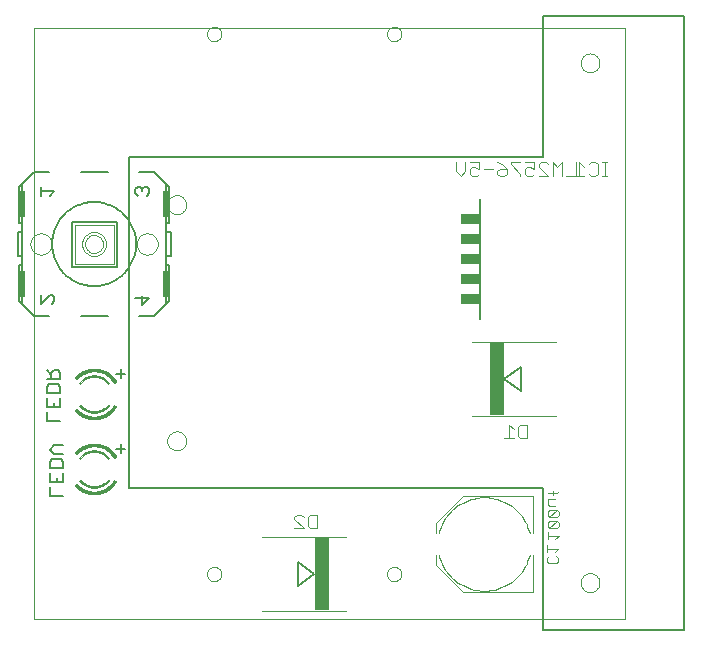
<source format=gbo>
G75*
%MOIN*%
%OFA0B0*%
%FSLAX24Y24*%
%IPPOS*%
%LPD*%
%AMOC8*
5,1,8,0,0,1.08239X$1,22.5*
%
%ADD10C,0.0000*%
%ADD11C,0.0050*%
%ADD12C,0.0010*%
%ADD13C,0.0080*%
%ADD14R,0.0660X0.0380*%
%ADD15C,0.0040*%
%ADD16R,0.0492X0.2441*%
%ADD17C,0.0030*%
%ADD18C,0.0060*%
%ADD19C,0.0020*%
%ADD20R,0.0200X0.0850*%
D10*
X001220Y001220D02*
X001220Y020905D01*
X020905Y020905D01*
X020905Y001220D01*
X001220Y001220D01*
X006984Y002720D02*
X006986Y002750D01*
X006992Y002780D01*
X007001Y002809D01*
X007014Y002836D01*
X007031Y002861D01*
X007050Y002884D01*
X007073Y002905D01*
X007098Y002922D01*
X007124Y002936D01*
X007153Y002946D01*
X007182Y002953D01*
X007212Y002956D01*
X007243Y002955D01*
X007273Y002950D01*
X007302Y002941D01*
X007329Y002929D01*
X007355Y002914D01*
X007379Y002895D01*
X007400Y002873D01*
X007418Y002849D01*
X007433Y002822D01*
X007444Y002794D01*
X007452Y002765D01*
X007456Y002735D01*
X007456Y002705D01*
X007452Y002675D01*
X007444Y002646D01*
X007433Y002618D01*
X007418Y002591D01*
X007400Y002567D01*
X007379Y002545D01*
X007355Y002526D01*
X007329Y002511D01*
X007302Y002499D01*
X007273Y002490D01*
X007243Y002485D01*
X007212Y002484D01*
X007182Y002487D01*
X007153Y002494D01*
X007124Y002504D01*
X007098Y002518D01*
X007073Y002535D01*
X007050Y002556D01*
X007031Y002579D01*
X007014Y002604D01*
X007001Y002631D01*
X006992Y002660D01*
X006986Y002690D01*
X006984Y002720D01*
X005655Y007158D02*
X005657Y007193D01*
X005663Y007228D01*
X005673Y007262D01*
X005686Y007295D01*
X005703Y007326D01*
X005724Y007354D01*
X005747Y007381D01*
X005774Y007404D01*
X005802Y007425D01*
X005833Y007442D01*
X005866Y007455D01*
X005900Y007465D01*
X005935Y007471D01*
X005970Y007473D01*
X006005Y007471D01*
X006040Y007465D01*
X006074Y007455D01*
X006107Y007442D01*
X006138Y007425D01*
X006166Y007404D01*
X006193Y007381D01*
X006216Y007354D01*
X006237Y007326D01*
X006254Y007295D01*
X006267Y007262D01*
X006277Y007228D01*
X006283Y007193D01*
X006285Y007158D01*
X006283Y007123D01*
X006277Y007088D01*
X006267Y007054D01*
X006254Y007021D01*
X006237Y006990D01*
X006216Y006962D01*
X006193Y006935D01*
X006166Y006912D01*
X006138Y006891D01*
X006107Y006874D01*
X006074Y006861D01*
X006040Y006851D01*
X006005Y006845D01*
X005970Y006843D01*
X005935Y006845D01*
X005900Y006851D01*
X005866Y006861D01*
X005833Y006874D01*
X005802Y006891D01*
X005774Y006912D01*
X005747Y006935D01*
X005724Y006962D01*
X005703Y006990D01*
X005686Y007021D01*
X005673Y007054D01*
X005663Y007088D01*
X005657Y007123D01*
X005655Y007158D01*
X012984Y002720D02*
X012986Y002750D01*
X012992Y002780D01*
X013001Y002809D01*
X013014Y002836D01*
X013031Y002861D01*
X013050Y002884D01*
X013073Y002905D01*
X013098Y002922D01*
X013124Y002936D01*
X013153Y002946D01*
X013182Y002953D01*
X013212Y002956D01*
X013243Y002955D01*
X013273Y002950D01*
X013302Y002941D01*
X013329Y002929D01*
X013355Y002914D01*
X013379Y002895D01*
X013400Y002873D01*
X013418Y002849D01*
X013433Y002822D01*
X013444Y002794D01*
X013452Y002765D01*
X013456Y002735D01*
X013456Y002705D01*
X013452Y002675D01*
X013444Y002646D01*
X013433Y002618D01*
X013418Y002591D01*
X013400Y002567D01*
X013379Y002545D01*
X013355Y002526D01*
X013329Y002511D01*
X013302Y002499D01*
X013273Y002490D01*
X013243Y002485D01*
X013212Y002484D01*
X013182Y002487D01*
X013153Y002494D01*
X013124Y002504D01*
X013098Y002518D01*
X013073Y002535D01*
X013050Y002556D01*
X013031Y002579D01*
X013014Y002604D01*
X013001Y002631D01*
X012992Y002660D01*
X012986Y002690D01*
X012984Y002720D01*
X019435Y002434D02*
X019437Y002469D01*
X019443Y002504D01*
X019453Y002538D01*
X019466Y002571D01*
X019483Y002602D01*
X019504Y002630D01*
X019527Y002657D01*
X019554Y002680D01*
X019582Y002701D01*
X019613Y002718D01*
X019646Y002731D01*
X019680Y002741D01*
X019715Y002747D01*
X019750Y002749D01*
X019785Y002747D01*
X019820Y002741D01*
X019854Y002731D01*
X019887Y002718D01*
X019918Y002701D01*
X019946Y002680D01*
X019973Y002657D01*
X019996Y002630D01*
X020017Y002602D01*
X020034Y002571D01*
X020047Y002538D01*
X020057Y002504D01*
X020063Y002469D01*
X020065Y002434D01*
X020063Y002399D01*
X020057Y002364D01*
X020047Y002330D01*
X020034Y002297D01*
X020017Y002266D01*
X019996Y002238D01*
X019973Y002211D01*
X019946Y002188D01*
X019918Y002167D01*
X019887Y002150D01*
X019854Y002137D01*
X019820Y002127D01*
X019785Y002121D01*
X019750Y002119D01*
X019715Y002121D01*
X019680Y002127D01*
X019646Y002137D01*
X019613Y002150D01*
X019582Y002167D01*
X019554Y002188D01*
X019527Y002211D01*
X019504Y002238D01*
X019483Y002266D01*
X019466Y002297D01*
X019453Y002330D01*
X019443Y002364D01*
X019437Y002399D01*
X019435Y002434D01*
X004635Y013720D02*
X004637Y013757D01*
X004643Y013794D01*
X004652Y013830D01*
X004666Y013864D01*
X004683Y013897D01*
X004703Y013929D01*
X004726Y013958D01*
X004752Y013984D01*
X004781Y014007D01*
X004812Y014027D01*
X004846Y014044D01*
X004880Y014058D01*
X004916Y014067D01*
X004953Y014073D01*
X004990Y014075D01*
X005027Y014073D01*
X005064Y014067D01*
X005100Y014058D01*
X005134Y014044D01*
X005167Y014027D01*
X005199Y014007D01*
X005228Y013984D01*
X005254Y013958D01*
X005277Y013929D01*
X005297Y013898D01*
X005314Y013864D01*
X005328Y013830D01*
X005337Y013794D01*
X005343Y013757D01*
X005345Y013720D01*
X005343Y013683D01*
X005337Y013646D01*
X005328Y013610D01*
X005314Y013576D01*
X005297Y013543D01*
X005277Y013511D01*
X005254Y013482D01*
X005228Y013456D01*
X005199Y013433D01*
X005168Y013413D01*
X005134Y013396D01*
X005100Y013382D01*
X005064Y013373D01*
X005027Y013367D01*
X004990Y013365D01*
X004953Y013367D01*
X004916Y013373D01*
X004880Y013382D01*
X004846Y013396D01*
X004813Y013413D01*
X004781Y013433D01*
X004752Y013456D01*
X004726Y013482D01*
X004703Y013511D01*
X004683Y013542D01*
X004666Y013576D01*
X004652Y013610D01*
X004643Y013646D01*
X004637Y013683D01*
X004635Y013720D01*
X005655Y015032D02*
X005657Y015067D01*
X005663Y015102D01*
X005673Y015136D01*
X005686Y015169D01*
X005703Y015200D01*
X005724Y015228D01*
X005747Y015255D01*
X005774Y015278D01*
X005802Y015299D01*
X005833Y015316D01*
X005866Y015329D01*
X005900Y015339D01*
X005935Y015345D01*
X005970Y015347D01*
X006005Y015345D01*
X006040Y015339D01*
X006074Y015329D01*
X006107Y015316D01*
X006138Y015299D01*
X006166Y015278D01*
X006193Y015255D01*
X006216Y015228D01*
X006237Y015200D01*
X006254Y015169D01*
X006267Y015136D01*
X006277Y015102D01*
X006283Y015067D01*
X006285Y015032D01*
X006283Y014997D01*
X006277Y014962D01*
X006267Y014928D01*
X006254Y014895D01*
X006237Y014864D01*
X006216Y014836D01*
X006193Y014809D01*
X006166Y014786D01*
X006138Y014765D01*
X006107Y014748D01*
X006074Y014735D01*
X006040Y014725D01*
X006005Y014719D01*
X005970Y014717D01*
X005935Y014719D01*
X005900Y014725D01*
X005866Y014735D01*
X005833Y014748D01*
X005802Y014765D01*
X005774Y014786D01*
X005747Y014809D01*
X005724Y014836D01*
X005703Y014864D01*
X005686Y014895D01*
X005673Y014928D01*
X005663Y014962D01*
X005657Y014997D01*
X005655Y015032D01*
X001095Y013720D02*
X001097Y013757D01*
X001103Y013794D01*
X001112Y013830D01*
X001126Y013864D01*
X001143Y013897D01*
X001163Y013929D01*
X001186Y013958D01*
X001212Y013984D01*
X001241Y014007D01*
X001272Y014027D01*
X001306Y014044D01*
X001340Y014058D01*
X001376Y014067D01*
X001413Y014073D01*
X001450Y014075D01*
X001487Y014073D01*
X001524Y014067D01*
X001560Y014058D01*
X001594Y014044D01*
X001627Y014027D01*
X001659Y014007D01*
X001688Y013984D01*
X001714Y013958D01*
X001737Y013929D01*
X001757Y013898D01*
X001774Y013864D01*
X001788Y013830D01*
X001797Y013794D01*
X001803Y013757D01*
X001805Y013720D01*
X001803Y013683D01*
X001797Y013646D01*
X001788Y013610D01*
X001774Y013576D01*
X001757Y013543D01*
X001737Y013511D01*
X001714Y013482D01*
X001688Y013456D01*
X001659Y013433D01*
X001628Y013413D01*
X001594Y013396D01*
X001560Y013382D01*
X001524Y013373D01*
X001487Y013367D01*
X001450Y013365D01*
X001413Y013367D01*
X001376Y013373D01*
X001340Y013382D01*
X001306Y013396D01*
X001273Y013413D01*
X001241Y013433D01*
X001212Y013456D01*
X001186Y013482D01*
X001163Y013511D01*
X001143Y013542D01*
X001126Y013576D01*
X001112Y013610D01*
X001103Y013646D01*
X001097Y013683D01*
X001095Y013720D01*
X006984Y020720D02*
X006986Y020750D01*
X006992Y020780D01*
X007001Y020809D01*
X007014Y020836D01*
X007031Y020861D01*
X007050Y020884D01*
X007073Y020905D01*
X007098Y020922D01*
X007124Y020936D01*
X007153Y020946D01*
X007182Y020953D01*
X007212Y020956D01*
X007243Y020955D01*
X007273Y020950D01*
X007302Y020941D01*
X007329Y020929D01*
X007355Y020914D01*
X007379Y020895D01*
X007400Y020873D01*
X007418Y020849D01*
X007433Y020822D01*
X007444Y020794D01*
X007452Y020765D01*
X007456Y020735D01*
X007456Y020705D01*
X007452Y020675D01*
X007444Y020646D01*
X007433Y020618D01*
X007418Y020591D01*
X007400Y020567D01*
X007379Y020545D01*
X007355Y020526D01*
X007329Y020511D01*
X007302Y020499D01*
X007273Y020490D01*
X007243Y020485D01*
X007212Y020484D01*
X007182Y020487D01*
X007153Y020494D01*
X007124Y020504D01*
X007098Y020518D01*
X007073Y020535D01*
X007050Y020556D01*
X007031Y020579D01*
X007014Y020604D01*
X007001Y020631D01*
X006992Y020660D01*
X006986Y020690D01*
X006984Y020720D01*
X012984Y020720D02*
X012986Y020750D01*
X012992Y020780D01*
X013001Y020809D01*
X013014Y020836D01*
X013031Y020861D01*
X013050Y020884D01*
X013073Y020905D01*
X013098Y020922D01*
X013124Y020936D01*
X013153Y020946D01*
X013182Y020953D01*
X013212Y020956D01*
X013243Y020955D01*
X013273Y020950D01*
X013302Y020941D01*
X013329Y020929D01*
X013355Y020914D01*
X013379Y020895D01*
X013400Y020873D01*
X013418Y020849D01*
X013433Y020822D01*
X013444Y020794D01*
X013452Y020765D01*
X013456Y020735D01*
X013456Y020705D01*
X013452Y020675D01*
X013444Y020646D01*
X013433Y020618D01*
X013418Y020591D01*
X013400Y020567D01*
X013379Y020545D01*
X013355Y020526D01*
X013329Y020511D01*
X013302Y020499D01*
X013273Y020490D01*
X013243Y020485D01*
X013212Y020484D01*
X013182Y020487D01*
X013153Y020494D01*
X013124Y020504D01*
X013098Y020518D01*
X013073Y020535D01*
X013050Y020556D01*
X013031Y020579D01*
X013014Y020604D01*
X013001Y020631D01*
X012992Y020660D01*
X012986Y020690D01*
X012984Y020720D01*
X019435Y019756D02*
X019437Y019791D01*
X019443Y019826D01*
X019453Y019860D01*
X019466Y019893D01*
X019483Y019924D01*
X019504Y019952D01*
X019527Y019979D01*
X019554Y020002D01*
X019582Y020023D01*
X019613Y020040D01*
X019646Y020053D01*
X019680Y020063D01*
X019715Y020069D01*
X019750Y020071D01*
X019785Y020069D01*
X019820Y020063D01*
X019854Y020053D01*
X019887Y020040D01*
X019918Y020023D01*
X019946Y020002D01*
X019973Y019979D01*
X019996Y019952D01*
X020017Y019924D01*
X020034Y019893D01*
X020047Y019860D01*
X020057Y019826D01*
X020063Y019791D01*
X020065Y019756D01*
X020063Y019721D01*
X020057Y019686D01*
X020047Y019652D01*
X020034Y019619D01*
X020017Y019588D01*
X019996Y019560D01*
X019973Y019533D01*
X019946Y019510D01*
X019918Y019489D01*
X019887Y019472D01*
X019854Y019459D01*
X019820Y019449D01*
X019785Y019443D01*
X019750Y019441D01*
X019715Y019443D01*
X019680Y019449D01*
X019646Y019459D01*
X019613Y019472D01*
X019582Y019489D01*
X019554Y019510D01*
X019527Y019533D01*
X019504Y019560D01*
X019483Y019588D01*
X019466Y019619D01*
X019453Y019652D01*
X019443Y019686D01*
X019437Y019721D01*
X019435Y019756D01*
D11*
X018175Y021331D02*
X022899Y021331D01*
X022899Y000859D01*
X018175Y000859D01*
X018175Y005583D01*
X004395Y005583D01*
X004395Y016607D01*
X018175Y016607D01*
X018175Y021331D01*
X005045Y015560D02*
X004970Y015635D01*
X004895Y015635D01*
X004820Y015560D01*
X004745Y015635D01*
X004670Y015635D01*
X004595Y015560D01*
X004595Y015410D01*
X004670Y015335D01*
X004820Y015485D02*
X004820Y015560D01*
X005045Y015560D02*
X005045Y015410D01*
X004970Y015335D01*
X001895Y015485D02*
X001445Y015485D01*
X001445Y015335D02*
X001445Y015635D01*
X001745Y015335D02*
X001895Y015485D01*
X001820Y012035D02*
X001895Y011960D01*
X001895Y011810D01*
X001820Y011735D01*
X001820Y012035D02*
X001745Y012035D01*
X001445Y011735D01*
X001445Y012035D01*
X001645Y009506D02*
X001795Y009356D01*
X001795Y009431D02*
X001795Y009205D01*
X001645Y009205D02*
X002095Y009205D01*
X002095Y009431D01*
X002020Y009506D01*
X001870Y009506D01*
X001795Y009431D01*
X001720Y009045D02*
X002020Y009045D01*
X002095Y008970D01*
X002095Y008745D01*
X001645Y008745D01*
X001645Y008970D01*
X001720Y009045D01*
X001645Y008585D02*
X001645Y008285D01*
X002095Y008285D01*
X002095Y008585D01*
X001870Y008435D02*
X001870Y008285D01*
X001645Y008124D02*
X001645Y007824D01*
X002095Y007824D01*
X002195Y007006D02*
X001895Y007006D01*
X001745Y006856D01*
X001895Y006705D01*
X002195Y006705D01*
X002120Y006545D02*
X002195Y006470D01*
X002195Y006245D01*
X001745Y006245D01*
X001745Y006470D01*
X001820Y006545D01*
X002120Y006545D01*
X002195Y006085D02*
X002195Y005785D01*
X001745Y005785D01*
X001745Y006085D01*
X001970Y005935D02*
X001970Y005785D01*
X001745Y005624D02*
X001745Y005324D01*
X002195Y005324D01*
X003950Y006900D02*
X004240Y006900D01*
X004100Y007050D02*
X004100Y006740D01*
X004100Y009240D02*
X004100Y009550D01*
X004240Y009400D02*
X003950Y009400D01*
X004820Y011685D02*
X004820Y011985D01*
X004595Y011910D02*
X005045Y011910D01*
X004820Y011685D01*
D12*
X003224Y007876D02*
X003224Y007966D01*
X003225Y007965D02*
X003277Y007967D01*
X003329Y007973D01*
X003381Y007982D01*
X003431Y007995D01*
X003481Y008011D01*
X003529Y008031D01*
X003576Y008054D01*
X003621Y008080D01*
X003665Y008110D01*
X003706Y008142D01*
X003745Y008177D01*
X003781Y008215D01*
X003814Y008255D01*
X003845Y008297D01*
X003873Y008341D01*
X003951Y008297D01*
X003951Y008296D01*
X003922Y008250D01*
X003890Y008205D01*
X003855Y008163D01*
X003818Y008123D01*
X003778Y008085D01*
X003735Y008050D01*
X003691Y008018D01*
X003644Y007989D01*
X003596Y007963D01*
X003546Y007940D01*
X003494Y007921D01*
X003442Y007905D01*
X003389Y007892D01*
X003334Y007883D01*
X003280Y007877D01*
X003225Y007875D01*
X003225Y007884D01*
X003279Y007886D01*
X003333Y007892D01*
X003387Y007901D01*
X003440Y007913D01*
X003492Y007929D01*
X003542Y007949D01*
X003592Y007971D01*
X003640Y007997D01*
X003686Y008026D01*
X003730Y008057D01*
X003772Y008092D01*
X003811Y008129D01*
X003848Y008169D01*
X003883Y008211D01*
X003915Y008255D01*
X003943Y008301D01*
X003936Y008305D01*
X003907Y008260D01*
X003876Y008216D01*
X003842Y008175D01*
X003805Y008135D01*
X003766Y008099D01*
X003724Y008065D01*
X003681Y008033D01*
X003635Y008005D01*
X003588Y007979D01*
X003539Y007957D01*
X003489Y007938D01*
X003437Y007922D01*
X003385Y007910D01*
X003332Y007901D01*
X003279Y007895D01*
X003225Y007893D01*
X003225Y007902D01*
X003282Y007904D01*
X003338Y007911D01*
X003394Y007921D01*
X003449Y007935D01*
X003502Y007952D01*
X003555Y007974D01*
X003606Y007999D01*
X003655Y008027D01*
X003702Y008059D01*
X003746Y008094D01*
X003788Y008132D01*
X003828Y008173D01*
X003864Y008216D01*
X003898Y008262D01*
X003928Y008310D01*
X003920Y008314D01*
X003890Y008267D01*
X003857Y008221D01*
X003821Y008179D01*
X003782Y008138D01*
X003741Y008101D01*
X003696Y008066D01*
X003650Y008035D01*
X003602Y008007D01*
X003551Y007982D01*
X003499Y007961D01*
X003446Y007943D01*
X003392Y007929D01*
X003337Y007919D01*
X003281Y007913D01*
X003225Y007911D01*
X003225Y007920D01*
X003280Y007922D01*
X003335Y007928D01*
X003390Y007938D01*
X003444Y007952D01*
X003496Y007969D01*
X003548Y007990D01*
X003597Y008015D01*
X003645Y008042D01*
X003691Y008073D01*
X003735Y008108D01*
X003776Y008145D01*
X003814Y008185D01*
X003850Y008227D01*
X003883Y008272D01*
X003912Y008319D01*
X003904Y008323D01*
X003875Y008277D01*
X003843Y008233D01*
X003808Y008191D01*
X003770Y008151D01*
X003729Y008114D01*
X003686Y008081D01*
X003640Y008050D01*
X003593Y008023D01*
X003544Y007998D01*
X003493Y007978D01*
X003441Y007961D01*
X003388Y007947D01*
X003334Y007937D01*
X003280Y007931D01*
X003225Y007929D01*
X003225Y007938D01*
X003279Y007940D01*
X003333Y007946D01*
X003386Y007956D01*
X003439Y007969D01*
X003490Y007986D01*
X003540Y008007D01*
X003589Y008030D01*
X003636Y008058D01*
X003681Y008088D01*
X003723Y008121D01*
X003763Y008158D01*
X003801Y008197D01*
X003836Y008238D01*
X003868Y008282D01*
X003896Y008328D01*
X003889Y008332D01*
X003860Y008287D01*
X003829Y008244D01*
X003794Y008203D01*
X003757Y008164D01*
X003717Y008128D01*
X003675Y008095D01*
X003631Y008065D01*
X003585Y008038D01*
X003537Y008015D01*
X003487Y007995D01*
X003436Y007978D01*
X003384Y007965D01*
X003332Y007955D01*
X003278Y007949D01*
X003225Y007947D01*
X003225Y007956D01*
X003278Y007958D01*
X003330Y007964D01*
X003382Y007973D01*
X003434Y007986D01*
X003484Y008003D01*
X003533Y008023D01*
X003580Y008046D01*
X003626Y008073D01*
X003670Y008103D01*
X003712Y008135D01*
X003751Y008171D01*
X003788Y008209D01*
X003822Y008249D01*
X003853Y008292D01*
X003881Y008337D01*
X003215Y009344D02*
X003215Y009294D01*
X003215Y009295D02*
X003170Y009293D01*
X003126Y009287D01*
X003082Y009278D01*
X003039Y009266D01*
X002997Y009250D01*
X002957Y009231D01*
X002918Y009209D01*
X002881Y009184D01*
X002846Y009157D01*
X002813Y009126D01*
X002783Y009093D01*
X002755Y009058D01*
X002715Y009087D01*
X002714Y009087D01*
X002744Y009126D01*
X002777Y009161D01*
X002813Y009194D01*
X002851Y009225D01*
X002892Y009252D01*
X002934Y009276D01*
X002978Y009296D01*
X003024Y009313D01*
X003070Y009327D01*
X003118Y009337D01*
X003166Y009343D01*
X003215Y009345D01*
X003215Y009336D01*
X003167Y009334D01*
X003120Y009328D01*
X003073Y009318D01*
X003026Y009305D01*
X002982Y009288D01*
X002938Y009268D01*
X002896Y009244D01*
X002857Y009217D01*
X002819Y009188D01*
X002784Y009155D01*
X002751Y009120D01*
X002722Y009082D01*
X002729Y009077D01*
X002758Y009114D01*
X002790Y009149D01*
X002825Y009181D01*
X002862Y009210D01*
X002901Y009236D01*
X002942Y009260D01*
X002985Y009280D01*
X003029Y009296D01*
X003075Y009309D01*
X003121Y009319D01*
X003168Y009325D01*
X003215Y009327D01*
X003215Y009318D01*
X003169Y009316D01*
X003122Y009310D01*
X003077Y009301D01*
X003032Y009288D01*
X002989Y009271D01*
X002946Y009252D01*
X002906Y009229D01*
X002867Y009203D01*
X002831Y009174D01*
X002797Y009142D01*
X002765Y009108D01*
X002736Y009072D01*
X002744Y009066D01*
X002772Y009102D01*
X002803Y009136D01*
X002837Y009167D01*
X002873Y009196D01*
X002911Y009221D01*
X002950Y009244D01*
X002992Y009263D01*
X003035Y009279D01*
X003079Y009292D01*
X003124Y009301D01*
X003169Y009307D01*
X003215Y009309D01*
X003215Y009300D01*
X003170Y009298D01*
X003125Y009292D01*
X003081Y009283D01*
X003038Y009271D01*
X002995Y009255D01*
X002955Y009236D01*
X002915Y009214D01*
X002878Y009188D01*
X002843Y009160D01*
X002809Y009130D01*
X002779Y009097D01*
X002751Y009061D01*
X003963Y009122D02*
X003883Y009079D01*
X003884Y009080D02*
X003857Y009126D01*
X003826Y009170D01*
X003793Y009212D01*
X003756Y009252D01*
X003717Y009288D01*
X003675Y009322D01*
X003631Y009353D01*
X003585Y009381D01*
X003537Y009405D01*
X003488Y009426D01*
X003437Y009443D01*
X003385Y009457D01*
X003332Y009467D01*
X003279Y009473D01*
X003225Y009475D01*
X003225Y009564D01*
X003225Y009565D01*
X003281Y009563D01*
X003338Y009557D01*
X003393Y009547D01*
X003448Y009534D01*
X003502Y009517D01*
X003554Y009496D01*
X003605Y009472D01*
X003655Y009445D01*
X003702Y009414D01*
X003747Y009380D01*
X003790Y009344D01*
X003831Y009304D01*
X003868Y009262D01*
X003903Y009217D01*
X003935Y009171D01*
X003963Y009122D01*
X003955Y009118D01*
X003927Y009166D01*
X003896Y009212D01*
X003861Y009256D01*
X003824Y009298D01*
X003784Y009337D01*
X003742Y009373D01*
X003697Y009407D01*
X003650Y009437D01*
X003601Y009464D01*
X003551Y009488D01*
X003499Y009508D01*
X003446Y009525D01*
X003391Y009538D01*
X003336Y009548D01*
X003281Y009554D01*
X003225Y009556D01*
X003225Y009547D01*
X003280Y009545D01*
X003335Y009539D01*
X003390Y009529D01*
X003443Y009516D01*
X003496Y009500D01*
X003547Y009479D01*
X003597Y009456D01*
X003646Y009429D01*
X003692Y009399D01*
X003736Y009366D01*
X003778Y009330D01*
X003818Y009292D01*
X003854Y009250D01*
X003888Y009207D01*
X003919Y009161D01*
X003947Y009114D01*
X003939Y009109D01*
X003912Y009156D01*
X003881Y009202D01*
X003848Y009245D01*
X003811Y009285D01*
X003772Y009324D01*
X003731Y009359D01*
X003687Y009392D01*
X003641Y009421D01*
X003593Y009448D01*
X003544Y009471D01*
X003493Y009491D01*
X003441Y009508D01*
X003388Y009521D01*
X003334Y009530D01*
X003280Y009536D01*
X003225Y009538D01*
X003225Y009529D01*
X003279Y009527D01*
X003333Y009521D01*
X003386Y009512D01*
X003438Y009499D01*
X003490Y009483D01*
X003540Y009463D01*
X003589Y009440D01*
X003636Y009414D01*
X003682Y009384D01*
X003725Y009352D01*
X003766Y009317D01*
X003805Y009279D01*
X003841Y009239D01*
X003874Y009196D01*
X003904Y009152D01*
X003931Y009105D01*
X003924Y009101D01*
X003897Y009147D01*
X003867Y009191D01*
X003834Y009233D01*
X003798Y009273D01*
X003760Y009310D01*
X003719Y009345D01*
X003676Y009377D01*
X003632Y009406D01*
X003585Y009432D01*
X003537Y009455D01*
X003487Y009474D01*
X003436Y009490D01*
X003384Y009503D01*
X003331Y009512D01*
X003278Y009518D01*
X003225Y009520D01*
X003225Y009511D01*
X003278Y009509D01*
X003330Y009503D01*
X003382Y009494D01*
X003434Y009482D01*
X003484Y009466D01*
X003533Y009446D01*
X003581Y009424D01*
X003627Y009398D01*
X003671Y009370D01*
X003714Y009338D01*
X003754Y009304D01*
X003792Y009267D01*
X003827Y009227D01*
X003859Y009186D01*
X003889Y009142D01*
X003916Y009097D01*
X003908Y009092D01*
X003879Y009140D01*
X003848Y009186D01*
X003813Y009230D01*
X003775Y009271D01*
X003735Y009309D01*
X003692Y009344D01*
X003646Y009376D01*
X003598Y009404D01*
X003549Y009430D01*
X003497Y009451D01*
X003445Y009469D01*
X003391Y009483D01*
X003336Y009493D01*
X003281Y009500D01*
X003225Y009502D01*
X003225Y009493D01*
X003280Y009491D01*
X003335Y009484D01*
X003389Y009474D01*
X003442Y009460D01*
X003494Y009443D01*
X003545Y009421D01*
X003594Y009397D01*
X003641Y009368D01*
X003686Y009337D01*
X003729Y009302D01*
X003769Y009264D01*
X003806Y009224D01*
X003841Y009181D01*
X003872Y009136D01*
X003900Y009088D01*
X003892Y009084D01*
X003864Y009131D01*
X003833Y009176D01*
X003799Y009218D01*
X003762Y009258D01*
X003723Y009295D01*
X003681Y009329D01*
X003636Y009361D01*
X003590Y009389D01*
X003541Y009413D01*
X003491Y009434D01*
X003439Y009452D01*
X003387Y009466D01*
X003333Y009476D01*
X003279Y009482D01*
X003225Y009484D01*
X002579Y008171D02*
X002647Y008229D01*
X002647Y008228D02*
X002683Y008189D01*
X002723Y008152D01*
X002764Y008118D01*
X002808Y008087D01*
X002854Y008059D01*
X002902Y008035D01*
X002952Y008014D01*
X003003Y007997D01*
X003055Y007983D01*
X003108Y007973D01*
X003161Y007967D01*
X003215Y007965D01*
X003216Y007876D01*
X003215Y007875D01*
X003159Y007877D01*
X003104Y007883D01*
X003049Y007892D01*
X002995Y007906D01*
X002942Y007922D01*
X002890Y007942D01*
X002839Y007966D01*
X002791Y007992D01*
X002744Y008022D01*
X002699Y008055D01*
X002656Y008091D01*
X002616Y008129D01*
X002578Y008170D01*
X002585Y008176D01*
X002622Y008136D01*
X002662Y008097D01*
X002704Y008062D01*
X002749Y008030D01*
X002795Y008000D01*
X002843Y007974D01*
X002893Y007950D01*
X002945Y007931D01*
X002997Y007914D01*
X003051Y007901D01*
X003105Y007892D01*
X003160Y007886D01*
X003215Y007884D01*
X003215Y007893D01*
X003161Y007895D01*
X003106Y007901D01*
X003053Y007910D01*
X003000Y007923D01*
X002948Y007939D01*
X002897Y007959D01*
X002848Y007982D01*
X002800Y008008D01*
X002754Y008037D01*
X002710Y008069D01*
X002668Y008104D01*
X002629Y008142D01*
X002592Y008182D01*
X002599Y008188D01*
X002635Y008148D01*
X002674Y008111D01*
X002715Y008076D01*
X002759Y008044D01*
X002804Y008015D01*
X002852Y007990D01*
X002900Y007967D01*
X002951Y007948D01*
X003002Y007932D01*
X003055Y007919D01*
X003108Y007910D01*
X003161Y007904D01*
X003215Y007902D01*
X003215Y007911D01*
X003162Y007913D01*
X003109Y007919D01*
X003056Y007928D01*
X003005Y007940D01*
X002954Y007956D01*
X002904Y007975D01*
X002856Y007998D01*
X002809Y008023D01*
X002764Y008052D01*
X002721Y008083D01*
X002680Y008117D01*
X002642Y008154D01*
X002606Y008194D01*
X002613Y008199D01*
X002648Y008161D01*
X002686Y008124D01*
X002727Y008090D01*
X002769Y008059D01*
X002813Y008031D01*
X002860Y008006D01*
X002907Y007984D01*
X002957Y007965D01*
X003007Y007949D01*
X003058Y007937D01*
X003110Y007928D01*
X003162Y007922D01*
X003215Y007920D01*
X003215Y007929D01*
X003163Y007931D01*
X003111Y007937D01*
X003060Y007945D01*
X003009Y007958D01*
X002960Y007973D01*
X002911Y007992D01*
X002864Y008014D01*
X002818Y008039D01*
X002774Y008067D01*
X002732Y008097D01*
X002692Y008131D01*
X002655Y008167D01*
X002619Y008205D01*
X002626Y008211D01*
X002664Y008170D01*
X002705Y008132D01*
X002748Y008097D01*
X002793Y008065D01*
X002841Y008036D01*
X002891Y008011D01*
X002942Y007989D01*
X002995Y007971D01*
X003049Y007957D01*
X003104Y007947D01*
X003159Y007940D01*
X003215Y007938D01*
X003215Y007947D01*
X003160Y007949D01*
X003105Y007956D01*
X003051Y007966D01*
X002998Y007980D01*
X002946Y007997D01*
X002895Y008019D01*
X002846Y008044D01*
X002798Y008072D01*
X002753Y008104D01*
X002711Y008139D01*
X002670Y008176D01*
X002633Y008217D01*
X002640Y008223D01*
X002677Y008183D01*
X002717Y008145D01*
X002759Y008111D01*
X002803Y008080D01*
X002850Y008052D01*
X002899Y008027D01*
X002949Y008006D01*
X003000Y007988D01*
X003053Y007974D01*
X003107Y007964D01*
X003161Y007958D01*
X003215Y007956D01*
X003716Y009098D02*
X003676Y009068D01*
X003677Y009069D02*
X003649Y009103D01*
X003619Y009134D01*
X003587Y009163D01*
X003552Y009190D01*
X003515Y009213D01*
X003477Y009234D01*
X003437Y009252D01*
X003397Y009267D01*
X003355Y009279D01*
X003312Y009288D01*
X003269Y009293D01*
X003225Y009295D01*
X003224Y009344D01*
X003225Y009345D01*
X003272Y009343D01*
X003320Y009337D01*
X003366Y009328D01*
X003412Y009315D01*
X003456Y009299D01*
X003500Y009279D01*
X003541Y009256D01*
X003581Y009230D01*
X003619Y009201D01*
X003654Y009170D01*
X003687Y009136D01*
X003717Y009099D01*
X003710Y009094D01*
X003680Y009130D01*
X003648Y009163D01*
X003613Y009195D01*
X003576Y009223D01*
X003536Y009248D01*
X003495Y009271D01*
X003453Y009290D01*
X003409Y009306D01*
X003364Y009319D01*
X003318Y009328D01*
X003272Y009334D01*
X003225Y009336D01*
X003225Y009327D01*
X003271Y009325D01*
X003317Y009319D01*
X003362Y009310D01*
X003406Y009298D01*
X003450Y009282D01*
X003491Y009263D01*
X003532Y009241D01*
X003570Y009216D01*
X003607Y009188D01*
X003641Y009157D01*
X003673Y009124D01*
X003703Y009088D01*
X003695Y009083D01*
X003667Y009118D01*
X003635Y009150D01*
X003601Y009181D01*
X003565Y009208D01*
X003527Y009233D01*
X003487Y009255D01*
X003446Y009274D01*
X003403Y009289D01*
X003360Y009301D01*
X003315Y009310D01*
X003270Y009316D01*
X003225Y009318D01*
X003225Y009309D01*
X003270Y009307D01*
X003314Y009301D01*
X003358Y009293D01*
X003401Y009281D01*
X003443Y009265D01*
X003483Y009247D01*
X003523Y009225D01*
X003560Y009201D01*
X003595Y009174D01*
X003629Y009144D01*
X003660Y009112D01*
X003688Y009077D01*
X003681Y009072D01*
X003653Y009106D01*
X003623Y009138D01*
X003590Y009167D01*
X003555Y009194D01*
X003518Y009218D01*
X003479Y009239D01*
X003439Y009257D01*
X003398Y009272D01*
X003356Y009284D01*
X003313Y009293D01*
X003269Y009298D01*
X003225Y009300D01*
X003216Y009564D02*
X003216Y009474D01*
X003215Y009475D02*
X003161Y009473D01*
X003107Y009466D01*
X003054Y009456D01*
X003001Y009443D01*
X002950Y009425D01*
X002900Y009404D01*
X002851Y009379D01*
X002805Y009351D01*
X002761Y009319D01*
X002719Y009285D01*
X002680Y009247D01*
X002643Y009207D01*
X002575Y009264D01*
X002574Y009265D01*
X002612Y009307D01*
X002652Y009346D01*
X002695Y009382D01*
X002740Y009415D01*
X002787Y009446D01*
X002836Y009473D01*
X002887Y009497D01*
X002940Y009517D01*
X002993Y009534D01*
X003048Y009547D01*
X003103Y009557D01*
X003159Y009563D01*
X003215Y009565D01*
X003215Y009556D01*
X003159Y009554D01*
X003104Y009548D01*
X003050Y009538D01*
X002996Y009525D01*
X002943Y009509D01*
X002891Y009488D01*
X002840Y009465D01*
X002792Y009438D01*
X002745Y009408D01*
X002700Y009375D01*
X002658Y009339D01*
X002618Y009300D01*
X002581Y009259D01*
X002588Y009253D01*
X002625Y009294D01*
X002664Y009332D01*
X002706Y009368D01*
X002750Y009401D01*
X002796Y009430D01*
X002845Y009457D01*
X002894Y009480D01*
X002946Y009500D01*
X002998Y009517D01*
X003051Y009530D01*
X003105Y009539D01*
X003160Y009545D01*
X003215Y009547D01*
X003215Y009538D01*
X003161Y009536D01*
X003107Y009530D01*
X003053Y009521D01*
X003000Y009508D01*
X002948Y009492D01*
X002898Y009472D01*
X002849Y009449D01*
X002801Y009423D01*
X002755Y009393D01*
X002712Y009361D01*
X002670Y009326D01*
X002631Y009288D01*
X002595Y009248D01*
X002602Y009242D01*
X002638Y009282D01*
X002676Y009319D01*
X002717Y009354D01*
X002760Y009386D01*
X002806Y009415D01*
X002853Y009441D01*
X002901Y009464D01*
X002951Y009483D01*
X003003Y009499D01*
X003055Y009512D01*
X003108Y009521D01*
X003161Y009527D01*
X003215Y009529D01*
X003215Y009520D01*
X003162Y009518D01*
X003109Y009512D01*
X003057Y009503D01*
X003005Y009491D01*
X002954Y009475D01*
X002905Y009455D01*
X002857Y009433D01*
X002810Y009407D01*
X002766Y009378D01*
X002723Y009347D01*
X002682Y009312D01*
X002644Y009275D01*
X002609Y009236D01*
X002616Y009230D01*
X002651Y009269D01*
X002688Y009306D01*
X002729Y009340D01*
X002771Y009371D01*
X002815Y009399D01*
X002861Y009425D01*
X002908Y009447D01*
X002957Y009466D01*
X003008Y009482D01*
X003059Y009494D01*
X003110Y009503D01*
X003163Y009509D01*
X003215Y009511D01*
X003215Y009502D01*
X003163Y009500D01*
X003112Y009494D01*
X003060Y009486D01*
X003010Y009473D01*
X002960Y009458D01*
X002912Y009439D01*
X002865Y009417D01*
X002820Y009392D01*
X002776Y009364D01*
X002734Y009333D01*
X002695Y009299D01*
X002657Y009263D01*
X002622Y009224D01*
X002629Y009219D01*
X002664Y009257D01*
X002701Y009293D01*
X002740Y009326D01*
X002781Y009356D01*
X002824Y009384D01*
X002869Y009409D01*
X002916Y009431D01*
X002963Y009449D01*
X003012Y009465D01*
X003062Y009477D01*
X003113Y009486D01*
X003164Y009491D01*
X003215Y009493D01*
X003215Y009484D01*
X003160Y009482D01*
X003106Y009475D01*
X003052Y009465D01*
X002998Y009451D01*
X002947Y009433D01*
X002896Y009412D01*
X002847Y009387D01*
X002800Y009358D01*
X002755Y009326D01*
X002713Y009292D01*
X002673Y009254D01*
X002636Y009213D01*
X003225Y008096D02*
X003225Y008146D01*
X003225Y008145D02*
X003272Y008147D01*
X003318Y008153D01*
X003363Y008163D01*
X003408Y008177D01*
X003451Y008194D01*
X003493Y008214D01*
X003533Y008238D01*
X003572Y008265D01*
X003607Y008295D01*
X003640Y008328D01*
X003671Y008363D01*
X003710Y008333D01*
X003710Y008332D01*
X003680Y008297D01*
X003647Y008264D01*
X003612Y008233D01*
X003575Y008206D01*
X003536Y008181D01*
X003495Y008159D01*
X003452Y008140D01*
X003408Y008124D01*
X003363Y008112D01*
X003318Y008103D01*
X003271Y008097D01*
X003225Y008095D01*
X003225Y008104D01*
X003271Y008106D01*
X003316Y008112D01*
X003361Y008120D01*
X003406Y008133D01*
X003449Y008148D01*
X003491Y008167D01*
X003531Y008188D01*
X003570Y008213D01*
X003607Y008240D01*
X003641Y008270D01*
X003673Y008303D01*
X003703Y008338D01*
X003696Y008343D01*
X003667Y008309D01*
X003635Y008277D01*
X003601Y008247D01*
X003565Y008220D01*
X003527Y008196D01*
X003487Y008175D01*
X003445Y008156D01*
X003403Y008141D01*
X003359Y008129D01*
X003315Y008120D01*
X003270Y008115D01*
X003225Y008113D01*
X003225Y008122D01*
X003273Y008124D01*
X003322Y008131D01*
X003369Y008141D01*
X003416Y008155D01*
X003461Y008173D01*
X003504Y008194D01*
X003546Y008219D01*
X003586Y008247D01*
X003623Y008278D01*
X003657Y008312D01*
X003689Y008349D01*
X003682Y008354D01*
X003651Y008318D01*
X003617Y008285D01*
X003580Y008254D01*
X003541Y008226D01*
X003500Y008202D01*
X003457Y008181D01*
X003413Y008163D01*
X003367Y008150D01*
X003320Y008140D01*
X003273Y008133D01*
X003225Y008131D01*
X003225Y008140D01*
X003272Y008142D01*
X003319Y008148D01*
X003365Y008158D01*
X003410Y008172D01*
X003453Y008189D01*
X003496Y008210D01*
X003536Y008234D01*
X003575Y008261D01*
X003611Y008291D01*
X003644Y008324D01*
X003675Y008360D01*
X002730Y008333D02*
X002770Y008364D01*
X002769Y008363D02*
X002800Y008328D01*
X002833Y008295D01*
X002868Y008265D01*
X002907Y008238D01*
X002947Y008214D01*
X002989Y008194D01*
X003032Y008177D01*
X003077Y008163D01*
X003122Y008153D01*
X003168Y008147D01*
X003215Y008145D01*
X003215Y008096D01*
X003215Y008095D01*
X003169Y008097D01*
X003122Y008103D01*
X003077Y008112D01*
X003032Y008124D01*
X002988Y008140D01*
X002945Y008159D01*
X002904Y008181D01*
X002865Y008206D01*
X002828Y008233D01*
X002793Y008264D01*
X002760Y008297D01*
X002730Y008332D01*
X002737Y008338D01*
X002767Y008303D01*
X002799Y008270D01*
X002833Y008240D01*
X002870Y008213D01*
X002909Y008188D01*
X002949Y008167D01*
X002991Y008148D01*
X003034Y008133D01*
X003079Y008120D01*
X003124Y008112D01*
X003169Y008106D01*
X003215Y008104D01*
X003215Y008113D01*
X003170Y008115D01*
X003125Y008120D01*
X003081Y008129D01*
X003037Y008141D01*
X002995Y008156D01*
X002953Y008175D01*
X002913Y008196D01*
X002875Y008220D01*
X002839Y008247D01*
X002805Y008277D01*
X002773Y008309D01*
X002744Y008343D01*
X002751Y008349D01*
X002783Y008312D01*
X002817Y008278D01*
X002854Y008247D01*
X002894Y008219D01*
X002936Y008194D01*
X002979Y008173D01*
X003024Y008155D01*
X003071Y008141D01*
X003118Y008131D01*
X003167Y008124D01*
X003215Y008122D01*
X003215Y008131D01*
X003167Y008133D01*
X003120Y008140D01*
X003073Y008150D01*
X003027Y008163D01*
X002983Y008181D01*
X002940Y008202D01*
X002899Y008226D01*
X002860Y008254D01*
X002823Y008285D01*
X002789Y008318D01*
X002758Y008354D01*
X002765Y008360D01*
X002796Y008324D01*
X002829Y008291D01*
X002865Y008261D01*
X002904Y008234D01*
X002944Y008210D01*
X002987Y008189D01*
X003030Y008172D01*
X003075Y008158D01*
X003121Y008148D01*
X003168Y008142D01*
X003215Y008140D01*
X003224Y005376D02*
X003224Y005466D01*
X003225Y005465D02*
X003277Y005467D01*
X003329Y005473D01*
X003381Y005482D01*
X003431Y005495D01*
X003481Y005511D01*
X003529Y005531D01*
X003576Y005554D01*
X003621Y005580D01*
X003665Y005610D01*
X003706Y005642D01*
X003745Y005677D01*
X003781Y005715D01*
X003814Y005755D01*
X003845Y005797D01*
X003873Y005841D01*
X003951Y005797D01*
X003951Y005796D01*
X003922Y005750D01*
X003890Y005705D01*
X003855Y005663D01*
X003818Y005623D01*
X003778Y005585D01*
X003735Y005550D01*
X003691Y005518D01*
X003644Y005489D01*
X003596Y005463D01*
X003546Y005440D01*
X003494Y005421D01*
X003442Y005405D01*
X003389Y005392D01*
X003334Y005383D01*
X003280Y005377D01*
X003225Y005375D01*
X003225Y005384D01*
X003279Y005386D01*
X003333Y005392D01*
X003387Y005401D01*
X003440Y005413D01*
X003492Y005429D01*
X003542Y005449D01*
X003592Y005471D01*
X003640Y005497D01*
X003686Y005526D01*
X003730Y005557D01*
X003772Y005592D01*
X003811Y005629D01*
X003848Y005669D01*
X003883Y005711D01*
X003915Y005755D01*
X003943Y005801D01*
X003936Y005805D01*
X003907Y005760D01*
X003876Y005716D01*
X003842Y005675D01*
X003805Y005635D01*
X003766Y005599D01*
X003724Y005565D01*
X003681Y005533D01*
X003635Y005505D01*
X003588Y005479D01*
X003539Y005457D01*
X003489Y005438D01*
X003437Y005422D01*
X003385Y005410D01*
X003332Y005401D01*
X003279Y005395D01*
X003225Y005393D01*
X003225Y005402D01*
X003282Y005404D01*
X003338Y005411D01*
X003394Y005421D01*
X003449Y005435D01*
X003502Y005452D01*
X003555Y005474D01*
X003606Y005499D01*
X003655Y005527D01*
X003702Y005559D01*
X003746Y005594D01*
X003788Y005632D01*
X003828Y005673D01*
X003864Y005716D01*
X003898Y005762D01*
X003928Y005810D01*
X003920Y005814D01*
X003890Y005767D01*
X003857Y005721D01*
X003821Y005679D01*
X003782Y005638D01*
X003741Y005601D01*
X003696Y005566D01*
X003650Y005535D01*
X003602Y005507D01*
X003551Y005482D01*
X003499Y005461D01*
X003446Y005443D01*
X003392Y005429D01*
X003337Y005419D01*
X003281Y005413D01*
X003225Y005411D01*
X003225Y005420D01*
X003280Y005422D01*
X003335Y005428D01*
X003390Y005438D01*
X003444Y005452D01*
X003496Y005469D01*
X003548Y005490D01*
X003597Y005515D01*
X003645Y005542D01*
X003691Y005573D01*
X003735Y005608D01*
X003776Y005645D01*
X003814Y005685D01*
X003850Y005727D01*
X003883Y005772D01*
X003912Y005819D01*
X003904Y005823D01*
X003875Y005777D01*
X003843Y005733D01*
X003808Y005691D01*
X003770Y005651D01*
X003729Y005614D01*
X003686Y005581D01*
X003640Y005550D01*
X003593Y005523D01*
X003544Y005498D01*
X003493Y005478D01*
X003441Y005461D01*
X003388Y005447D01*
X003334Y005437D01*
X003280Y005431D01*
X003225Y005429D01*
X003225Y005438D01*
X003279Y005440D01*
X003333Y005446D01*
X003386Y005456D01*
X003439Y005469D01*
X003490Y005486D01*
X003540Y005507D01*
X003589Y005530D01*
X003636Y005558D01*
X003681Y005588D01*
X003723Y005621D01*
X003763Y005658D01*
X003801Y005697D01*
X003836Y005738D01*
X003868Y005782D01*
X003896Y005828D01*
X003889Y005832D01*
X003860Y005787D01*
X003829Y005744D01*
X003794Y005703D01*
X003757Y005664D01*
X003717Y005628D01*
X003675Y005595D01*
X003631Y005565D01*
X003585Y005538D01*
X003537Y005515D01*
X003487Y005495D01*
X003436Y005478D01*
X003384Y005465D01*
X003332Y005455D01*
X003278Y005449D01*
X003225Y005447D01*
X003225Y005456D01*
X003278Y005458D01*
X003330Y005464D01*
X003382Y005473D01*
X003434Y005486D01*
X003484Y005503D01*
X003533Y005523D01*
X003580Y005546D01*
X003626Y005573D01*
X003670Y005603D01*
X003712Y005635D01*
X003751Y005671D01*
X003788Y005709D01*
X003822Y005749D01*
X003853Y005792D01*
X003881Y005837D01*
X003215Y006844D02*
X003215Y006794D01*
X003215Y006795D02*
X003170Y006793D01*
X003126Y006787D01*
X003082Y006778D01*
X003039Y006766D01*
X002997Y006750D01*
X002957Y006731D01*
X002918Y006709D01*
X002881Y006684D01*
X002846Y006657D01*
X002813Y006626D01*
X002783Y006593D01*
X002755Y006558D01*
X002715Y006587D01*
X002714Y006587D01*
X002744Y006626D01*
X002777Y006661D01*
X002813Y006694D01*
X002851Y006725D01*
X002892Y006752D01*
X002934Y006776D01*
X002978Y006796D01*
X003024Y006813D01*
X003070Y006827D01*
X003118Y006837D01*
X003166Y006843D01*
X003215Y006845D01*
X003215Y006836D01*
X003167Y006834D01*
X003120Y006828D01*
X003073Y006818D01*
X003026Y006805D01*
X002982Y006788D01*
X002938Y006768D01*
X002896Y006744D01*
X002857Y006717D01*
X002819Y006688D01*
X002784Y006655D01*
X002751Y006620D01*
X002722Y006582D01*
X002729Y006577D01*
X002758Y006614D01*
X002790Y006649D01*
X002825Y006681D01*
X002862Y006710D01*
X002901Y006736D01*
X002942Y006760D01*
X002985Y006780D01*
X003029Y006796D01*
X003075Y006809D01*
X003121Y006819D01*
X003168Y006825D01*
X003215Y006827D01*
X003215Y006818D01*
X003169Y006816D01*
X003122Y006810D01*
X003077Y006801D01*
X003032Y006788D01*
X002989Y006771D01*
X002946Y006752D01*
X002906Y006729D01*
X002867Y006703D01*
X002831Y006674D01*
X002797Y006642D01*
X002765Y006608D01*
X002736Y006572D01*
X002744Y006566D01*
X002772Y006602D01*
X002803Y006636D01*
X002837Y006667D01*
X002873Y006696D01*
X002911Y006721D01*
X002950Y006744D01*
X002992Y006763D01*
X003035Y006779D01*
X003079Y006792D01*
X003124Y006801D01*
X003169Y006807D01*
X003215Y006809D01*
X003215Y006800D01*
X003170Y006798D01*
X003125Y006792D01*
X003081Y006783D01*
X003038Y006771D01*
X002995Y006755D01*
X002955Y006736D01*
X002915Y006714D01*
X002878Y006688D01*
X002843Y006660D01*
X002809Y006630D01*
X002779Y006597D01*
X002751Y006561D01*
X003963Y006622D02*
X003883Y006579D01*
X003884Y006580D02*
X003857Y006626D01*
X003826Y006670D01*
X003793Y006712D01*
X003756Y006752D01*
X003717Y006788D01*
X003675Y006822D01*
X003631Y006853D01*
X003585Y006881D01*
X003537Y006905D01*
X003488Y006926D01*
X003437Y006943D01*
X003385Y006957D01*
X003332Y006967D01*
X003279Y006973D01*
X003225Y006975D01*
X003225Y007064D01*
X003225Y007065D01*
X003281Y007063D01*
X003338Y007057D01*
X003393Y007047D01*
X003448Y007034D01*
X003502Y007017D01*
X003554Y006996D01*
X003605Y006972D01*
X003655Y006945D01*
X003702Y006914D01*
X003747Y006880D01*
X003790Y006844D01*
X003831Y006804D01*
X003868Y006762D01*
X003903Y006717D01*
X003935Y006671D01*
X003963Y006622D01*
X003955Y006618D01*
X003927Y006666D01*
X003896Y006712D01*
X003861Y006756D01*
X003824Y006798D01*
X003784Y006837D01*
X003742Y006873D01*
X003697Y006907D01*
X003650Y006937D01*
X003601Y006964D01*
X003551Y006988D01*
X003499Y007008D01*
X003446Y007025D01*
X003391Y007038D01*
X003336Y007048D01*
X003281Y007054D01*
X003225Y007056D01*
X003225Y007047D01*
X003280Y007045D01*
X003335Y007039D01*
X003390Y007029D01*
X003443Y007016D01*
X003496Y007000D01*
X003547Y006979D01*
X003597Y006956D01*
X003646Y006929D01*
X003692Y006899D01*
X003736Y006866D01*
X003778Y006830D01*
X003818Y006792D01*
X003854Y006750D01*
X003888Y006707D01*
X003919Y006661D01*
X003947Y006614D01*
X003939Y006609D01*
X003912Y006656D01*
X003881Y006702D01*
X003848Y006745D01*
X003811Y006785D01*
X003772Y006824D01*
X003731Y006859D01*
X003687Y006892D01*
X003641Y006921D01*
X003593Y006948D01*
X003544Y006971D01*
X003493Y006991D01*
X003441Y007008D01*
X003388Y007021D01*
X003334Y007030D01*
X003280Y007036D01*
X003225Y007038D01*
X003225Y007029D01*
X003279Y007027D01*
X003333Y007021D01*
X003386Y007012D01*
X003438Y006999D01*
X003490Y006983D01*
X003540Y006963D01*
X003589Y006940D01*
X003636Y006914D01*
X003682Y006884D01*
X003725Y006852D01*
X003766Y006817D01*
X003805Y006779D01*
X003841Y006739D01*
X003874Y006696D01*
X003904Y006652D01*
X003931Y006605D01*
X003924Y006601D01*
X003897Y006647D01*
X003867Y006691D01*
X003834Y006733D01*
X003798Y006773D01*
X003760Y006810D01*
X003719Y006845D01*
X003676Y006877D01*
X003632Y006906D01*
X003585Y006932D01*
X003537Y006955D01*
X003487Y006974D01*
X003436Y006990D01*
X003384Y007003D01*
X003331Y007012D01*
X003278Y007018D01*
X003225Y007020D01*
X003225Y007011D01*
X003278Y007009D01*
X003330Y007003D01*
X003382Y006994D01*
X003434Y006982D01*
X003484Y006966D01*
X003533Y006946D01*
X003581Y006924D01*
X003627Y006898D01*
X003671Y006870D01*
X003714Y006838D01*
X003754Y006804D01*
X003792Y006767D01*
X003827Y006727D01*
X003859Y006686D01*
X003889Y006642D01*
X003916Y006597D01*
X003908Y006592D01*
X003879Y006640D01*
X003848Y006686D01*
X003813Y006730D01*
X003775Y006771D01*
X003735Y006809D01*
X003692Y006844D01*
X003646Y006876D01*
X003598Y006904D01*
X003549Y006930D01*
X003497Y006951D01*
X003445Y006969D01*
X003391Y006983D01*
X003336Y006993D01*
X003281Y007000D01*
X003225Y007002D01*
X003225Y006993D01*
X003280Y006991D01*
X003335Y006984D01*
X003389Y006974D01*
X003442Y006960D01*
X003494Y006943D01*
X003545Y006921D01*
X003594Y006897D01*
X003641Y006868D01*
X003686Y006837D01*
X003729Y006802D01*
X003769Y006764D01*
X003806Y006724D01*
X003841Y006681D01*
X003872Y006636D01*
X003900Y006588D01*
X003892Y006584D01*
X003864Y006631D01*
X003833Y006676D01*
X003799Y006718D01*
X003762Y006758D01*
X003723Y006795D01*
X003681Y006829D01*
X003636Y006861D01*
X003590Y006889D01*
X003541Y006913D01*
X003491Y006934D01*
X003439Y006952D01*
X003387Y006966D01*
X003333Y006976D01*
X003279Y006982D01*
X003225Y006984D01*
X002579Y005671D02*
X002647Y005729D01*
X002647Y005728D02*
X002683Y005689D01*
X002723Y005652D01*
X002764Y005618D01*
X002808Y005587D01*
X002854Y005559D01*
X002902Y005535D01*
X002952Y005514D01*
X003003Y005497D01*
X003055Y005483D01*
X003108Y005473D01*
X003161Y005467D01*
X003215Y005465D01*
X003216Y005376D01*
X003215Y005375D01*
X003159Y005377D01*
X003104Y005383D01*
X003049Y005392D01*
X002995Y005406D01*
X002942Y005422D01*
X002890Y005442D01*
X002839Y005466D01*
X002791Y005492D01*
X002744Y005522D01*
X002699Y005555D01*
X002656Y005591D01*
X002616Y005629D01*
X002578Y005670D01*
X002585Y005676D01*
X002622Y005636D01*
X002662Y005597D01*
X002704Y005562D01*
X002749Y005530D01*
X002795Y005500D01*
X002843Y005474D01*
X002893Y005450D01*
X002945Y005431D01*
X002997Y005414D01*
X003051Y005401D01*
X003105Y005392D01*
X003160Y005386D01*
X003215Y005384D01*
X003215Y005393D01*
X003161Y005395D01*
X003106Y005401D01*
X003053Y005410D01*
X003000Y005423D01*
X002948Y005439D01*
X002897Y005459D01*
X002848Y005482D01*
X002800Y005508D01*
X002754Y005537D01*
X002710Y005569D01*
X002668Y005604D01*
X002629Y005642D01*
X002592Y005682D01*
X002599Y005688D01*
X002635Y005648D01*
X002674Y005611D01*
X002715Y005576D01*
X002759Y005544D01*
X002804Y005515D01*
X002852Y005490D01*
X002900Y005467D01*
X002951Y005448D01*
X003002Y005432D01*
X003055Y005419D01*
X003108Y005410D01*
X003161Y005404D01*
X003215Y005402D01*
X003215Y005411D01*
X003162Y005413D01*
X003109Y005419D01*
X003056Y005428D01*
X003005Y005440D01*
X002954Y005456D01*
X002904Y005475D01*
X002856Y005498D01*
X002809Y005523D01*
X002764Y005552D01*
X002721Y005583D01*
X002680Y005617D01*
X002642Y005654D01*
X002606Y005694D01*
X002613Y005699D01*
X002648Y005661D01*
X002686Y005624D01*
X002727Y005590D01*
X002769Y005559D01*
X002813Y005531D01*
X002860Y005506D01*
X002907Y005484D01*
X002957Y005465D01*
X003007Y005449D01*
X003058Y005437D01*
X003110Y005428D01*
X003162Y005422D01*
X003215Y005420D01*
X003215Y005429D01*
X003163Y005431D01*
X003111Y005437D01*
X003060Y005445D01*
X003009Y005458D01*
X002960Y005473D01*
X002911Y005492D01*
X002864Y005514D01*
X002818Y005539D01*
X002774Y005567D01*
X002732Y005597D01*
X002692Y005631D01*
X002655Y005667D01*
X002619Y005705D01*
X002626Y005711D01*
X002664Y005670D01*
X002705Y005632D01*
X002748Y005597D01*
X002793Y005565D01*
X002841Y005536D01*
X002891Y005511D01*
X002942Y005489D01*
X002995Y005471D01*
X003049Y005457D01*
X003104Y005447D01*
X003159Y005440D01*
X003215Y005438D01*
X003215Y005447D01*
X003160Y005449D01*
X003105Y005456D01*
X003051Y005466D01*
X002998Y005480D01*
X002946Y005497D01*
X002895Y005519D01*
X002846Y005544D01*
X002798Y005572D01*
X002753Y005604D01*
X002711Y005639D01*
X002670Y005676D01*
X002633Y005717D01*
X002640Y005723D01*
X002677Y005683D01*
X002717Y005645D01*
X002759Y005611D01*
X002803Y005580D01*
X002850Y005552D01*
X002899Y005527D01*
X002949Y005506D01*
X003000Y005488D01*
X003053Y005474D01*
X003107Y005464D01*
X003161Y005458D01*
X003215Y005456D01*
X003716Y006598D02*
X003676Y006568D01*
X003677Y006569D02*
X003649Y006603D01*
X003619Y006634D01*
X003587Y006663D01*
X003552Y006690D01*
X003515Y006713D01*
X003477Y006734D01*
X003437Y006752D01*
X003397Y006767D01*
X003355Y006779D01*
X003312Y006788D01*
X003269Y006793D01*
X003225Y006795D01*
X003224Y006844D01*
X003225Y006845D01*
X003272Y006843D01*
X003320Y006837D01*
X003366Y006828D01*
X003412Y006815D01*
X003456Y006799D01*
X003500Y006779D01*
X003541Y006756D01*
X003581Y006730D01*
X003619Y006701D01*
X003654Y006670D01*
X003687Y006636D01*
X003717Y006599D01*
X003710Y006594D01*
X003680Y006630D01*
X003648Y006663D01*
X003613Y006695D01*
X003576Y006723D01*
X003536Y006748D01*
X003495Y006771D01*
X003453Y006790D01*
X003409Y006806D01*
X003364Y006819D01*
X003318Y006828D01*
X003272Y006834D01*
X003225Y006836D01*
X003225Y006827D01*
X003271Y006825D01*
X003317Y006819D01*
X003362Y006810D01*
X003406Y006798D01*
X003450Y006782D01*
X003491Y006763D01*
X003532Y006741D01*
X003570Y006716D01*
X003607Y006688D01*
X003641Y006657D01*
X003673Y006624D01*
X003703Y006588D01*
X003695Y006583D01*
X003667Y006618D01*
X003635Y006650D01*
X003601Y006681D01*
X003565Y006708D01*
X003527Y006733D01*
X003487Y006755D01*
X003446Y006774D01*
X003403Y006789D01*
X003360Y006801D01*
X003315Y006810D01*
X003270Y006816D01*
X003225Y006818D01*
X003225Y006809D01*
X003270Y006807D01*
X003314Y006801D01*
X003358Y006793D01*
X003401Y006781D01*
X003443Y006765D01*
X003483Y006747D01*
X003523Y006725D01*
X003560Y006701D01*
X003595Y006674D01*
X003629Y006644D01*
X003660Y006612D01*
X003688Y006577D01*
X003681Y006572D01*
X003653Y006606D01*
X003623Y006638D01*
X003590Y006667D01*
X003555Y006694D01*
X003518Y006718D01*
X003479Y006739D01*
X003439Y006757D01*
X003398Y006772D01*
X003356Y006784D01*
X003313Y006793D01*
X003269Y006798D01*
X003225Y006800D01*
X003216Y007064D02*
X003216Y006974D01*
X003215Y006975D02*
X003161Y006973D01*
X003107Y006966D01*
X003054Y006956D01*
X003001Y006943D01*
X002950Y006925D01*
X002900Y006904D01*
X002851Y006879D01*
X002805Y006851D01*
X002761Y006819D01*
X002719Y006785D01*
X002680Y006747D01*
X002643Y006707D01*
X002575Y006764D01*
X002574Y006765D01*
X002612Y006807D01*
X002652Y006846D01*
X002695Y006882D01*
X002740Y006915D01*
X002787Y006946D01*
X002836Y006973D01*
X002887Y006997D01*
X002940Y007017D01*
X002993Y007034D01*
X003048Y007047D01*
X003103Y007057D01*
X003159Y007063D01*
X003215Y007065D01*
X003215Y007056D01*
X003159Y007054D01*
X003104Y007048D01*
X003050Y007038D01*
X002996Y007025D01*
X002943Y007009D01*
X002891Y006988D01*
X002840Y006965D01*
X002792Y006938D01*
X002745Y006908D01*
X002700Y006875D01*
X002658Y006839D01*
X002618Y006800D01*
X002581Y006759D01*
X002588Y006753D01*
X002625Y006794D01*
X002664Y006832D01*
X002706Y006868D01*
X002750Y006901D01*
X002796Y006930D01*
X002845Y006957D01*
X002894Y006980D01*
X002946Y007000D01*
X002998Y007017D01*
X003051Y007030D01*
X003105Y007039D01*
X003160Y007045D01*
X003215Y007047D01*
X003215Y007038D01*
X003161Y007036D01*
X003107Y007030D01*
X003053Y007021D01*
X003000Y007008D01*
X002948Y006992D01*
X002898Y006972D01*
X002849Y006949D01*
X002801Y006923D01*
X002755Y006893D01*
X002712Y006861D01*
X002670Y006826D01*
X002631Y006788D01*
X002595Y006748D01*
X002602Y006742D01*
X002638Y006782D01*
X002676Y006819D01*
X002717Y006854D01*
X002760Y006886D01*
X002806Y006915D01*
X002853Y006941D01*
X002901Y006964D01*
X002951Y006983D01*
X003003Y006999D01*
X003055Y007012D01*
X003108Y007021D01*
X003161Y007027D01*
X003215Y007029D01*
X003215Y007020D01*
X003162Y007018D01*
X003109Y007012D01*
X003057Y007003D01*
X003005Y006991D01*
X002954Y006975D01*
X002905Y006955D01*
X002857Y006933D01*
X002810Y006907D01*
X002766Y006878D01*
X002723Y006847D01*
X002682Y006812D01*
X002644Y006775D01*
X002609Y006736D01*
X002616Y006730D01*
X002651Y006769D01*
X002688Y006806D01*
X002729Y006840D01*
X002771Y006871D01*
X002815Y006899D01*
X002861Y006925D01*
X002908Y006947D01*
X002957Y006966D01*
X003008Y006982D01*
X003059Y006994D01*
X003110Y007003D01*
X003163Y007009D01*
X003215Y007011D01*
X003215Y007002D01*
X003163Y007000D01*
X003112Y006994D01*
X003060Y006986D01*
X003010Y006973D01*
X002960Y006958D01*
X002912Y006939D01*
X002865Y006917D01*
X002820Y006892D01*
X002776Y006864D01*
X002734Y006833D01*
X002695Y006799D01*
X002657Y006763D01*
X002622Y006724D01*
X002629Y006719D01*
X002664Y006757D01*
X002701Y006793D01*
X002740Y006826D01*
X002781Y006856D01*
X002824Y006884D01*
X002869Y006909D01*
X002916Y006931D01*
X002963Y006949D01*
X003012Y006965D01*
X003062Y006977D01*
X003113Y006986D01*
X003164Y006991D01*
X003215Y006993D01*
X003215Y006984D01*
X003160Y006982D01*
X003106Y006975D01*
X003052Y006965D01*
X002998Y006951D01*
X002947Y006933D01*
X002896Y006912D01*
X002847Y006887D01*
X002800Y006858D01*
X002755Y006826D01*
X002713Y006792D01*
X002673Y006754D01*
X002636Y006713D01*
X003225Y005596D02*
X003225Y005646D01*
X003225Y005645D02*
X003272Y005647D01*
X003318Y005653D01*
X003363Y005663D01*
X003408Y005677D01*
X003451Y005694D01*
X003493Y005714D01*
X003533Y005738D01*
X003572Y005765D01*
X003607Y005795D01*
X003640Y005828D01*
X003671Y005863D01*
X003710Y005833D01*
X003710Y005832D01*
X003680Y005797D01*
X003647Y005764D01*
X003612Y005733D01*
X003575Y005706D01*
X003536Y005681D01*
X003495Y005659D01*
X003452Y005640D01*
X003408Y005624D01*
X003363Y005612D01*
X003318Y005603D01*
X003271Y005597D01*
X003225Y005595D01*
X003225Y005604D01*
X003271Y005606D01*
X003316Y005612D01*
X003361Y005620D01*
X003406Y005633D01*
X003449Y005648D01*
X003491Y005667D01*
X003531Y005688D01*
X003570Y005713D01*
X003607Y005740D01*
X003641Y005770D01*
X003673Y005803D01*
X003703Y005838D01*
X003696Y005843D01*
X003667Y005809D01*
X003635Y005777D01*
X003601Y005747D01*
X003565Y005720D01*
X003527Y005696D01*
X003487Y005675D01*
X003445Y005656D01*
X003403Y005641D01*
X003359Y005629D01*
X003315Y005620D01*
X003270Y005615D01*
X003225Y005613D01*
X003225Y005622D01*
X003273Y005624D01*
X003322Y005631D01*
X003369Y005641D01*
X003416Y005655D01*
X003461Y005673D01*
X003504Y005694D01*
X003546Y005719D01*
X003586Y005747D01*
X003623Y005778D01*
X003657Y005812D01*
X003689Y005849D01*
X003682Y005854D01*
X003651Y005818D01*
X003617Y005785D01*
X003580Y005754D01*
X003541Y005726D01*
X003500Y005702D01*
X003457Y005681D01*
X003413Y005663D01*
X003367Y005650D01*
X003320Y005640D01*
X003273Y005633D01*
X003225Y005631D01*
X003225Y005640D01*
X003272Y005642D01*
X003319Y005648D01*
X003365Y005658D01*
X003410Y005672D01*
X003453Y005689D01*
X003496Y005710D01*
X003536Y005734D01*
X003575Y005761D01*
X003611Y005791D01*
X003644Y005824D01*
X003675Y005860D01*
X002730Y005833D02*
X002770Y005864D01*
X002769Y005863D02*
X002800Y005828D01*
X002833Y005795D01*
X002868Y005765D01*
X002907Y005738D01*
X002947Y005714D01*
X002989Y005694D01*
X003032Y005677D01*
X003077Y005663D01*
X003122Y005653D01*
X003168Y005647D01*
X003215Y005645D01*
X003215Y005596D01*
X003215Y005595D01*
X003169Y005597D01*
X003122Y005603D01*
X003077Y005612D01*
X003032Y005624D01*
X002988Y005640D01*
X002945Y005659D01*
X002904Y005681D01*
X002865Y005706D01*
X002828Y005733D01*
X002793Y005764D01*
X002760Y005797D01*
X002730Y005832D01*
X002737Y005838D01*
X002767Y005803D01*
X002799Y005770D01*
X002833Y005740D01*
X002870Y005713D01*
X002909Y005688D01*
X002949Y005667D01*
X002991Y005648D01*
X003034Y005633D01*
X003079Y005620D01*
X003124Y005612D01*
X003169Y005606D01*
X003215Y005604D01*
X003215Y005613D01*
X003170Y005615D01*
X003125Y005620D01*
X003081Y005629D01*
X003037Y005641D01*
X002995Y005656D01*
X002953Y005675D01*
X002913Y005696D01*
X002875Y005720D01*
X002839Y005747D01*
X002805Y005777D01*
X002773Y005809D01*
X002744Y005843D01*
X002751Y005849D01*
X002783Y005812D01*
X002817Y005778D01*
X002854Y005747D01*
X002894Y005719D01*
X002936Y005694D01*
X002979Y005673D01*
X003024Y005655D01*
X003071Y005641D01*
X003118Y005631D01*
X003167Y005624D01*
X003215Y005622D01*
X003215Y005631D01*
X003167Y005633D01*
X003120Y005640D01*
X003073Y005650D01*
X003027Y005663D01*
X002983Y005681D01*
X002940Y005702D01*
X002899Y005726D01*
X002860Y005754D01*
X002823Y005785D01*
X002789Y005818D01*
X002758Y005854D01*
X002765Y005860D01*
X002796Y005824D01*
X002829Y005791D01*
X002865Y005761D01*
X002904Y005734D01*
X002944Y005710D01*
X002987Y005689D01*
X003030Y005672D01*
X003075Y005658D01*
X003121Y005648D01*
X003168Y005642D01*
X003215Y005640D01*
D13*
X010006Y003114D02*
X010006Y002326D01*
X010547Y002720D01*
X010006Y003114D01*
X016893Y009220D02*
X017434Y009614D01*
X017434Y008826D01*
X016893Y009220D01*
X016086Y011214D02*
X016086Y015226D01*
D14*
X015790Y014560D03*
X015790Y013890D03*
X015790Y013220D03*
X015790Y012550D03*
X015790Y011880D03*
D15*
X015818Y010442D02*
X018622Y010442D01*
X018622Y007998D02*
X015818Y007998D01*
X017047Y007700D02*
X017047Y007240D01*
X017200Y007240D02*
X016893Y007240D01*
X017200Y007547D02*
X017047Y007700D01*
X017353Y007624D02*
X017353Y007317D01*
X017430Y007240D01*
X017660Y007240D01*
X017660Y007700D01*
X017430Y007700D01*
X017353Y007624D01*
X017834Y005334D02*
X015511Y005334D01*
X014606Y004429D01*
X014606Y004074D01*
X014606Y003366D02*
X014606Y003011D01*
X015511Y002106D01*
X017834Y002106D01*
X017834Y003366D01*
X017834Y004074D02*
X017834Y005334D01*
X017736Y004074D02*
X017716Y004151D01*
X017693Y004226D01*
X017665Y004300D01*
X017634Y004372D01*
X017599Y004443D01*
X017561Y004512D01*
X017519Y004578D01*
X017474Y004643D01*
X017426Y004705D01*
X017374Y004765D01*
X017320Y004822D01*
X017263Y004876D01*
X017203Y004928D01*
X017141Y004976D01*
X017076Y005021D01*
X017009Y005062D01*
X016940Y005100D01*
X016869Y005135D01*
X016797Y005166D01*
X016723Y005194D01*
X016648Y005217D01*
X016572Y005237D01*
X016494Y005253D01*
X016416Y005265D01*
X016338Y005273D01*
X016259Y005277D01*
X016181Y005277D01*
X016102Y005273D01*
X016024Y005265D01*
X015946Y005253D01*
X015868Y005237D01*
X015792Y005217D01*
X015717Y005194D01*
X015643Y005166D01*
X015571Y005135D01*
X015500Y005100D01*
X015431Y005062D01*
X015364Y005021D01*
X015299Y004976D01*
X015237Y004928D01*
X015177Y004876D01*
X015120Y004822D01*
X015066Y004765D01*
X015014Y004705D01*
X014966Y004643D01*
X014921Y004578D01*
X014879Y004512D01*
X014841Y004443D01*
X014806Y004372D01*
X014775Y004300D01*
X014747Y004226D01*
X014724Y004151D01*
X014704Y004074D01*
X014704Y003366D02*
X014724Y003289D01*
X014747Y003214D01*
X014775Y003140D01*
X014806Y003068D01*
X014841Y002997D01*
X014879Y002928D01*
X014921Y002862D01*
X014966Y002797D01*
X015014Y002735D01*
X015066Y002675D01*
X015120Y002618D01*
X015177Y002564D01*
X015237Y002512D01*
X015299Y002464D01*
X015364Y002419D01*
X015431Y002378D01*
X015500Y002340D01*
X015571Y002305D01*
X015643Y002274D01*
X015717Y002246D01*
X015792Y002223D01*
X015868Y002203D01*
X015946Y002187D01*
X016024Y002175D01*
X016102Y002167D01*
X016181Y002163D01*
X016259Y002163D01*
X016338Y002167D01*
X016416Y002175D01*
X016494Y002187D01*
X016572Y002203D01*
X016648Y002223D01*
X016723Y002246D01*
X016797Y002274D01*
X016869Y002305D01*
X016940Y002340D01*
X017009Y002378D01*
X017076Y002419D01*
X017141Y002464D01*
X017203Y002512D01*
X017263Y002564D01*
X017320Y002618D01*
X017374Y002675D01*
X017426Y002735D01*
X017474Y002797D01*
X017519Y002862D01*
X017561Y002928D01*
X017599Y002997D01*
X017634Y003068D01*
X017665Y003140D01*
X017693Y003214D01*
X017716Y003289D01*
X017736Y003366D01*
X011622Y003942D02*
X008818Y003942D01*
X009893Y004240D02*
X010200Y004240D01*
X009893Y004547D01*
X009893Y004624D01*
X009970Y004700D01*
X010123Y004700D01*
X010200Y004624D01*
X010353Y004624D02*
X010430Y004700D01*
X010660Y004700D01*
X010660Y004240D01*
X010430Y004240D01*
X010353Y004317D01*
X010353Y004624D01*
X011622Y001498D02*
X008818Y001498D01*
X015435Y015990D02*
X015282Y016143D01*
X015282Y016450D01*
X015589Y016450D02*
X015589Y016143D01*
X015435Y015990D01*
X015742Y016067D02*
X015819Y015990D01*
X015972Y015990D01*
X016049Y016067D01*
X016049Y016220D02*
X015896Y016297D01*
X015819Y016297D01*
X015742Y016220D01*
X015742Y016067D01*
X015742Y016450D02*
X016049Y016450D01*
X016049Y016220D01*
X016202Y016220D02*
X016509Y016220D01*
X016663Y016143D02*
X016740Y016220D01*
X016970Y016220D01*
X016970Y016067D01*
X016893Y015990D01*
X016740Y015990D01*
X016663Y016067D01*
X016663Y016143D01*
X016816Y016374D02*
X016663Y016450D01*
X016816Y016374D02*
X016970Y016220D01*
X017123Y016374D02*
X017430Y016067D01*
X017430Y015990D01*
X017584Y016067D02*
X017660Y015990D01*
X017814Y015990D01*
X017891Y016067D01*
X017891Y016220D02*
X017737Y016297D01*
X017660Y016297D01*
X017584Y016220D01*
X017584Y016067D01*
X017584Y016450D02*
X017891Y016450D01*
X017891Y016220D01*
X018044Y016297D02*
X018044Y016374D01*
X018121Y016450D01*
X018274Y016450D01*
X018351Y016374D01*
X018504Y016450D02*
X018504Y015990D01*
X018351Y015990D02*
X018044Y016297D01*
X018044Y015990D02*
X018351Y015990D01*
X018658Y016297D02*
X018504Y016450D01*
X018658Y016297D02*
X018811Y016450D01*
X018811Y015990D01*
X018965Y015990D02*
X019272Y015990D01*
X019272Y016450D01*
X019393Y016450D02*
X019393Y015990D01*
X019240Y015990D02*
X019547Y015990D01*
X019700Y016067D02*
X019777Y015990D01*
X019930Y015990D01*
X020007Y016067D01*
X020007Y016374D01*
X019930Y016450D01*
X019777Y016450D01*
X019700Y016374D01*
X019547Y016297D02*
X019393Y016450D01*
X020160Y016450D02*
X020314Y016450D01*
X020237Y016450D02*
X020237Y015990D01*
X020314Y015990D02*
X020160Y015990D01*
X017430Y016450D02*
X017123Y016450D01*
X017123Y016374D01*
D16*
X016639Y009220D03*
X010801Y002720D03*
D17*
X018323Y003137D02*
X018323Y003261D01*
X018385Y003322D01*
X018323Y003444D02*
X018323Y003691D01*
X018323Y003567D02*
X018694Y003567D01*
X018570Y003444D01*
X018632Y003322D02*
X018694Y003261D01*
X018694Y003137D01*
X018632Y003075D01*
X018385Y003075D01*
X018323Y003137D01*
X018335Y003876D02*
X018335Y004122D01*
X018335Y003999D02*
X018705Y003999D01*
X018582Y003876D01*
X018644Y004244D02*
X018705Y004306D01*
X018705Y004429D01*
X018644Y004491D01*
X018397Y004244D01*
X018335Y004306D01*
X018335Y004429D01*
X018397Y004491D01*
X018644Y004491D01*
X018644Y004612D02*
X018705Y004674D01*
X018705Y004797D01*
X018644Y004859D01*
X018397Y004612D01*
X018335Y004674D01*
X018335Y004797D01*
X018397Y004859D01*
X018644Y004859D01*
X018582Y004981D02*
X018397Y004981D01*
X018335Y005042D01*
X018335Y005227D01*
X018582Y005227D01*
X018520Y005349D02*
X018520Y005472D01*
X018644Y005411D02*
X018705Y005472D01*
X018644Y005411D02*
X018335Y005411D01*
X018397Y004612D02*
X018644Y004612D01*
X018644Y004244D02*
X018397Y004244D01*
D18*
X005720Y011820D02*
X005620Y011720D01*
X005620Y013020D01*
X005720Y013020D01*
X005720Y011820D01*
X005620Y011720D02*
X005220Y011320D01*
X004720Y011320D01*
X003670Y011320D02*
X002770Y011320D01*
X001720Y011320D02*
X001220Y011320D01*
X000820Y011720D01*
X000720Y011820D01*
X000720Y013020D01*
X000820Y013020D01*
X000820Y013320D01*
X000670Y013320D01*
X000670Y014120D01*
X000820Y014120D01*
X000820Y014420D01*
X000720Y014420D01*
X000720Y015620D01*
X000820Y015720D01*
X001220Y016120D01*
X001720Y016120D01*
X000820Y015720D02*
X000820Y014420D01*
X000820Y014120D02*
X000820Y013320D01*
X000820Y013020D02*
X000820Y011720D01*
X002470Y012970D02*
X003970Y012970D01*
X003970Y014470D01*
X002470Y014470D01*
X002470Y012970D01*
X001820Y013720D02*
X001822Y013795D01*
X001828Y013869D01*
X001838Y013943D01*
X001852Y014016D01*
X001869Y014088D01*
X001891Y014160D01*
X001916Y014230D01*
X001945Y014298D01*
X001978Y014366D01*
X002014Y014431D01*
X002053Y014494D01*
X002096Y014555D01*
X002142Y014614D01*
X002191Y014670D01*
X002243Y014723D01*
X002298Y014774D01*
X002355Y014821D01*
X002415Y014866D01*
X002477Y014907D01*
X002542Y014945D01*
X002608Y014979D01*
X002676Y015010D01*
X002745Y015037D01*
X002816Y015060D01*
X002888Y015080D01*
X002961Y015096D01*
X003034Y015108D01*
X003108Y015116D01*
X003183Y015120D01*
X003257Y015120D01*
X003332Y015116D01*
X003406Y015108D01*
X003479Y015096D01*
X003552Y015080D01*
X003624Y015060D01*
X003695Y015037D01*
X003764Y015010D01*
X003832Y014979D01*
X003898Y014945D01*
X003963Y014907D01*
X004025Y014866D01*
X004085Y014821D01*
X004142Y014774D01*
X004197Y014723D01*
X004249Y014670D01*
X004298Y014614D01*
X004344Y014555D01*
X004387Y014494D01*
X004426Y014431D01*
X004462Y014366D01*
X004495Y014298D01*
X004524Y014230D01*
X004549Y014160D01*
X004571Y014088D01*
X004588Y014016D01*
X004602Y013943D01*
X004612Y013869D01*
X004618Y013795D01*
X004620Y013720D01*
X004618Y013645D01*
X004612Y013571D01*
X004602Y013497D01*
X004588Y013424D01*
X004571Y013352D01*
X004549Y013280D01*
X004524Y013210D01*
X004495Y013142D01*
X004462Y013074D01*
X004426Y013009D01*
X004387Y012946D01*
X004344Y012885D01*
X004298Y012826D01*
X004249Y012770D01*
X004197Y012717D01*
X004142Y012666D01*
X004085Y012619D01*
X004025Y012574D01*
X003963Y012533D01*
X003898Y012495D01*
X003832Y012461D01*
X003764Y012430D01*
X003695Y012403D01*
X003624Y012380D01*
X003552Y012360D01*
X003479Y012344D01*
X003406Y012332D01*
X003332Y012324D01*
X003257Y012320D01*
X003183Y012320D01*
X003108Y012324D01*
X003034Y012332D01*
X002961Y012344D01*
X002888Y012360D01*
X002816Y012380D01*
X002745Y012403D01*
X002676Y012430D01*
X002608Y012461D01*
X002542Y012495D01*
X002477Y012533D01*
X002415Y012574D01*
X002355Y012619D01*
X002298Y012666D01*
X002243Y012717D01*
X002191Y012770D01*
X002142Y012826D01*
X002096Y012885D01*
X002053Y012946D01*
X002014Y013009D01*
X001978Y013074D01*
X001945Y013142D01*
X001916Y013210D01*
X001891Y013280D01*
X001869Y013352D01*
X001852Y013424D01*
X001838Y013497D01*
X001828Y013571D01*
X001822Y013645D01*
X001820Y013720D01*
X002770Y016120D02*
X003670Y016120D01*
X004720Y016120D02*
X005220Y016120D01*
X005620Y015720D01*
X005720Y015620D01*
X005720Y014420D01*
X005620Y014420D01*
X005620Y014120D01*
X005620Y013320D01*
X005620Y013020D01*
X005620Y013320D02*
X005770Y013320D01*
X005770Y014120D01*
X005620Y014120D01*
X005620Y014420D02*
X005620Y015720D01*
D19*
X003870Y014370D02*
X002570Y014370D01*
X002570Y013070D01*
X003870Y013070D01*
X003870Y014370D01*
X002920Y013720D02*
X002922Y013754D01*
X002928Y013788D01*
X002937Y013821D01*
X002951Y013852D01*
X002968Y013882D01*
X002988Y013910D01*
X003011Y013935D01*
X003037Y013958D01*
X003065Y013977D01*
X003095Y013993D01*
X003127Y014005D01*
X003160Y014014D01*
X003194Y014019D01*
X003229Y014020D01*
X003263Y014017D01*
X003296Y014010D01*
X003329Y014000D01*
X003360Y013985D01*
X003389Y013968D01*
X003416Y013947D01*
X003441Y013923D01*
X003463Y013896D01*
X003481Y013868D01*
X003496Y013837D01*
X003508Y013805D01*
X003516Y013771D01*
X003520Y013737D01*
X003520Y013703D01*
X003516Y013669D01*
X003508Y013635D01*
X003496Y013603D01*
X003481Y013572D01*
X003463Y013544D01*
X003441Y013517D01*
X003416Y013493D01*
X003389Y013472D01*
X003360Y013455D01*
X003329Y013440D01*
X003296Y013430D01*
X003263Y013423D01*
X003229Y013420D01*
X003194Y013421D01*
X003160Y013426D01*
X003127Y013435D01*
X003095Y013447D01*
X003065Y013463D01*
X003037Y013482D01*
X003011Y013505D01*
X002988Y013530D01*
X002968Y013558D01*
X002951Y013588D01*
X002937Y013619D01*
X002928Y013652D01*
X002922Y013686D01*
X002920Y013720D01*
X002820Y013720D02*
X002822Y013760D01*
X002828Y013799D01*
X002838Y013838D01*
X002851Y013875D01*
X002869Y013911D01*
X002890Y013945D01*
X002914Y013977D01*
X002941Y014006D01*
X002971Y014033D01*
X003003Y014056D01*
X003038Y014076D01*
X003074Y014092D01*
X003112Y014105D01*
X003151Y014114D01*
X003190Y014119D01*
X003230Y014120D01*
X003270Y014117D01*
X003309Y014110D01*
X003347Y014099D01*
X003385Y014085D01*
X003420Y014066D01*
X003453Y014045D01*
X003485Y014020D01*
X003513Y013992D01*
X003539Y013962D01*
X003561Y013929D01*
X003580Y013894D01*
X003596Y013857D01*
X003608Y013819D01*
X003616Y013780D01*
X003620Y013740D01*
X003620Y013700D01*
X003616Y013660D01*
X003608Y013621D01*
X003596Y013583D01*
X003580Y013546D01*
X003561Y013511D01*
X003539Y013478D01*
X003513Y013448D01*
X003485Y013420D01*
X003453Y013395D01*
X003420Y013374D01*
X003385Y013355D01*
X003347Y013341D01*
X003309Y013330D01*
X003270Y013323D01*
X003230Y013320D01*
X003190Y013321D01*
X003151Y013326D01*
X003112Y013335D01*
X003074Y013348D01*
X003038Y013364D01*
X003003Y013384D01*
X002971Y013407D01*
X002941Y013434D01*
X002914Y013463D01*
X002890Y013495D01*
X002869Y013529D01*
X002851Y013565D01*
X002838Y013602D01*
X002828Y013641D01*
X002822Y013680D01*
X002820Y013720D01*
D20*
X000820Y012395D03*
X000820Y015045D03*
X005620Y015045D03*
X005620Y012395D03*
M02*

</source>
